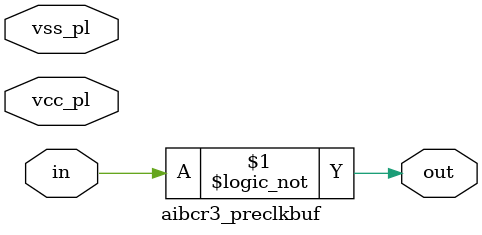
<source format=v>

module aibcr3_preclkbuf ( out, vcc_pl, vss_pl, in );

output  out;

inout  vcc_pl, vss_pl;

input  in;


// specify 
//     specparam CDS_LIBNAME  = "aibcr_lib";
//     specparam CDS_CELLNAME = "aibcr_preclkbuf";
//     specparam CDS_VIEWNAME = "schematic";
// endspecify


//sa_invg8_ulvt xinv1 ( .vssesa(vss_pl), .vccesa(vcc_pl), .out(out),     .in(in));
assign out = !in;

endmodule


</source>
